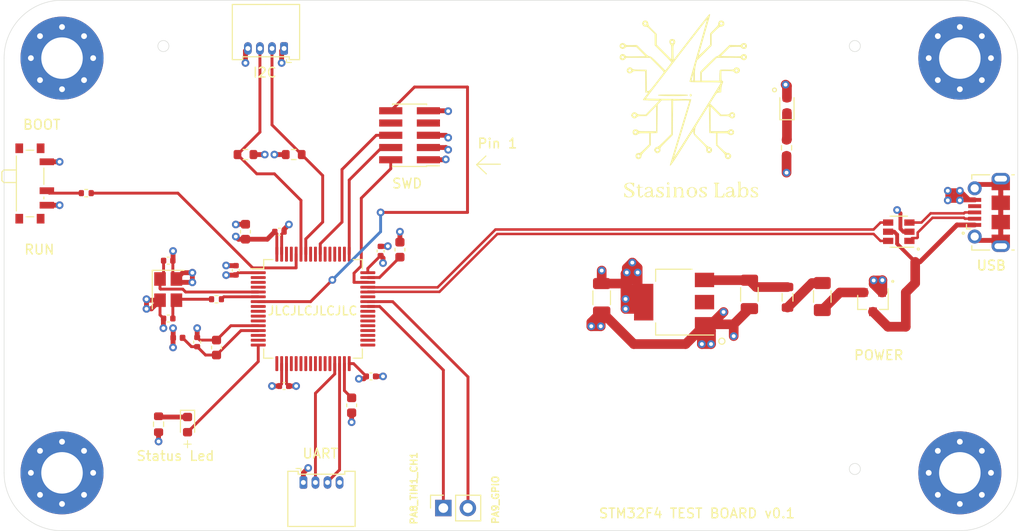
<source format=kicad_pcb>
(kicad_pcb (version 20171130) (host pcbnew "(5.1.8)-1")
  (layers (0 F.Cu signal) (1 In1.Cu power) (2 In2.Cu power) (31 B.Cu signal) (34 B.Paste user) (35 F.Paste user) (36 B.SilkS user) (37 F.SilkS user) (38 B.Mask user) (39 F.Mask user) (44 Edge.Cuts user))
  (net 0 "")
  (net 1 +3V3)
  (net 2 GND)
  (net 3 "Net-(C2-Pad1)")
  (net 4 "Net-(C5-Pad1)")
  (net 5 HSE_IN)
  (net 6 +3.3VA)
  (net 7 "Net-(C14-Pad1)")
  (net 8 "Net-(D1-Pad1)")
  (net 9 LED_STATUS)
  (net 10 +5V)
  (net 11 "Net-(D4-Pad1)")
  (net 12 "Net-(F1-Pad1)")
  (net 13 "Net-(J2-Pad6)")
  (net 14 USB_CONN_D-)
  (net 15 "Net-(J2-Pad4)")
  (net 16 USB_CONN_D+)
  (net 17 I2C1_SCL)
  (net 18 I2C_SDA)
  (net 19 SWDIO)
  (net 20 SWCLK)
  (net 21 SWO)
  (net 22 "Net-(J4-Pad7)")
  (net 23 "Net-(J4-Pad8)")
  (net 24 NRST)
  (net 25 USART3_RX)
  (net 26 USART3_TX)
  (net 27 "Net-(R4-Pad1)")
  (net 28 BOOT0)
  (net 29 HSE_OUT)
  (net 30 "Net-(U1-Pad2)")
  (net 31 "Net-(U1-Pad3)")
  (net 32 "Net-(U1-Pad4)")
  (net 33 "Net-(U1-Pad8)")
  (net 34 "Net-(U1-Pad9)")
  (net 35 "Net-(U1-Pad10)")
  (net 36 "Net-(U1-Pad11)")
  (net 37 "Net-(U1-Pad14)")
  (net 38 "Net-(U1-Pad15)")
  (net 39 "Net-(U1-Pad17)")
  (net 40 "Net-(U1-Pad20)")
  (net 41 "Net-(U1-Pad21)")
  (net 42 "Net-(U1-Pad22)")
  (net 43 "Net-(U1-Pad23)")
  (net 44 "Net-(U1-Pad24)")
  (net 45 "Net-(U1-Pad25)")
  (net 46 "Net-(U1-Pad26)")
  (net 47 "Net-(U1-Pad27)")
  (net 48 "Net-(U1-Pad28)")
  (net 49 "Net-(U1-Pad33)")
  (net 50 "Net-(U1-Pad34)")
  (net 51 "Net-(U1-Pad35)")
  (net 52 "Net-(U1-Pad36)")
  (net 53 "Net-(U1-Pad37)")
  (net 54 "Net-(U1-Pad38)")
  (net 55 "Net-(U1-Pad39)")
  (net 56 "Net-(U1-Pad40)")
  (net 57 "Net-(U1-Pad43)")
  (net 58 USB_D-)
  (net 59 USB_D+)
  (net 60 "Net-(U1-Pad50)")
  (net 61 "Net-(U1-Pad51)")
  (net 62 "Net-(U1-Pad52)")
  (net 63 "Net-(U1-Pad53)")
  (net 64 "Net-(U1-Pad54)")
  (net 65 "Net-(U1-Pad56)")
  (net 66 "Net-(U1-Pad57)")
  (net 67 "Net-(U1-Pad61)")
  (net 68 "Net-(U1-Pad62)")
  (net 69 GPIO_0)
  (net 70 TIM1_CH1)
  (net 71 "Net-(C6-Pad1)")
  (net 72 "Net-(F1-Pad2)")
  (module Package_TO_SOT_SMD:SOT-223-3_TabPin2 (layer F.Cu) (at 135.4 101.3 180)
    (fp_text reference U3)
    (fp_text value AMS1117-3.3)
    (pad 1 smd rect (at -3.15 -2.3 180) (size 2 1.5) (layers F.Cu F.Paste F.Mask) (net 2 GND))
    (pad 3 smd rect (at -3.15 2.3 180) (size 2 1.5) (layers F.Cu F.Paste F.Mask) (net 71 "Net-(C6-Pad1)"))
    (pad 2 smd rect (at -3.15 0 180) (size 2 1.5) (layers F.Cu F.Paste F.Mask) (net 1 +3V3))
    (pad 2 smd rect (at 3.15 0 180) (size 2 3.8) (layers F.Cu F.Paste F.Mask) (net 1 +3V3))
  )
  (module Capacitor_SMD:C_1206_3216Metric (layer F.Cu) (at 127.9 100.85 90)
    (fp_text reference C4)
    (fp_text value 10u)
    (pad 2 smd roundrect (at 1.475 0 90) (size 1.15 1.8) (layers F.Cu F.Paste F.Mask) (roundrect_rratio 0.2173904347826087) (net 1 +3V3))
    (pad 1 smd roundrect (at -1.475 0 90) (size 1.15 1.8) (layers F.Cu F.Paste F.Mask) (roundrect_rratio 0.2173904347826087) (net 2 GND))
  )
  (module Resistor_SMD:R_0603_1608Metric (layer F.Cu) (at 147.05 85.3 270)
    (fp_text reference R11)
    (fp_text value 1k)
    (pad 2 smd roundrect (at 0.825 0 270) (size 0.8 0.95) (layers F.Cu F.Paste F.Mask) (net 2 GND))
    (pad 1 smd roundrect (at -0.825 0 270) (size 0.8 0.95) (layers F.Cu F.Paste F.Mask) (net 11 "Net-(D4-Pad1)"))
  )
  (module Inductor_SMD:L_0805_2012Metric (layer F.Cu) (at 147.15 100.8 270)
    (fp_text reference FB1)
    (fp_text value "600 Ohm @ 600 MHz")
    (pad 2 smd roundrect (at 1.0625 0 270) (size 0.875 1.2) (layers F.Cu F.Paste F.Mask) (net 12 "Net-(F1-Pad1)"))
    (pad 1 smd roundrect (at -1.0625 0 270) (size 0.875 1.2) (layers F.Cu F.Paste F.Mask) (net 71 "Net-(C6-Pad1)"))
  )
  (module Fuse:Fuse_1206_3216Metric (layer F.Cu) (at 150.75 100.72 270)
    (fp_text reference F1)
    (fp_text value 250mA)
    (pad 2 smd roundrect (at 1.4 0 270) (size 1.25 1.75) (layers F.Cu F.Paste F.Mask) (roundrect_rratio 0.2) (net 72 "Net-(F1-Pad2)"))
    (pad 1 smd roundrect (at -1.4 0 270) (size 1.25 1.75) (layers F.Cu F.Paste F.Mask) (roundrect_rratio 0.2) (net 12 "Net-(F1-Pad1)"))
  )
  (module LED_SMD:LED_0603_1608Metric (layer F.Cu) (at 147.09 80.9 90)
    (fp_text reference D4)
    (fp_text value Red)
    (pad 2 smd roundrect (at 0.7875 0 90) (size 0.875 0.95) (layers F.Cu F.Paste F.Mask) (net 1 +3V3))
    (pad 1 smd roundrect (at -0.7875 0 90) (size 0.875 0.95) (layers F.Cu F.Paste F.Mask) (net 11 "Net-(D4-Pad1)"))
  )
  (module Capacitor_SMD:C_1206_3216Metric (layer F.Cu) (at 143.2 100.5 270)
    (fp_text reference C6)
    (fp_text value 10u)
    (pad 2 smd roundrect (at 1.475 0 270) (size 1.15 1.8) (layers F.Cu F.Paste F.Mask) (roundrect_rratio 0.2173904347826087) (net 2 GND))
    (pad 1 smd roundrect (at -1.475 0 270) (size 1.15 1.8) (layers F.Cu F.Paste F.Mask) (roundrect_rratio 0.2173904347826087) (net 71 "Net-(C6-Pad1)"))
  )
  (module logo:logo2 (layer F.Cu) (at 137.15 81.55)
    (fp_text reference G*** hide)
    (fp_text value LOGO hide)
  )
  (module Connector_PinSocket_2.54mm:PinSocket_1x02_P2.54mm_Vertical (layer F.Cu) (at 111.5 122.65 90)
    (fp_text reference J6)
    (fp_text value Conn_01x02_Female)
    (pad 2 thru_hole oval (at 0 2.54 90) (size 1.7 1.7) (drill 1) (layers *.Cu *.Mask) (net 69 GPIO_0))
    (pad 1 thru_hole rect (at 0 0 90) (size 1.7 1.7) (drill 1) (layers *.Cu *.Mask) (net 70 TIM1_CH1))
  )
  (module Capacitor_SMD:C_0603_1608Metric (layer F.Cu) (at 91 94 90)
    (fp_text reference C1)
    (fp_text value 4u7)
    (pad 1 smd roundrect (at -0.775 0 90) (size 0.9 0.95) (layers F.Cu F.Paste F.Mask) (net 1 +3V3))
    (pad 2 smd roundrect (at 0.775 0 90) (size 0.9 0.95) (layers F.Cu F.Paste F.Mask) (net 2 GND))
  )
  (module Capacitor_SMD:C_0603_1608Metric (layer F.Cu) (at 102 112 270)
    (fp_text reference C2)
    (fp_text value 2u2)
    (pad 2 smd roundrect (at 0.775 0 270) (size 0.9 0.95) (layers F.Cu F.Paste F.Mask) (net 2 GND))
    (pad 1 smd roundrect (at -0.775 0 270) (size 0.9 0.95) (layers F.Cu F.Paste F.Mask) (net 3 "Net-(C2-Pad1)"))
  )
  (module Capacitor_SMD:C_0402_1005Metric (layer F.Cu) (at 90 98 90)
    (fp_text reference C3)
    (fp_text value 100n)
    (pad 2 smd roundrect (at 0.48 0 90) (size 0.56 0.62) (layers F.Cu F.Paste F.Mask) (net 2 GND))
    (pad 1 smd roundrect (at -0.48 0 90) (size 0.56 0.62) (layers F.Cu F.Paste F.Mask) (net 1 +3V3))
  )
  (module Capacitor_SMD:C_0603_1608Metric (layer F.Cu) (at 107 95.86 90)
    (fp_text reference C5)
    (fp_text value 2u2)
    (pad 1 smd roundrect (at -0.775 0 90) (size 0.9 0.95) (layers F.Cu F.Paste F.Mask) (net 4 "Net-(C5-Pad1)"))
    (pad 2 smd roundrect (at 0.775 0 90) (size 0.9 0.95) (layers F.Cu F.Paste F.Mask) (net 2 GND))
  )
  (module Capacitor_SMD:C_0402_1005Metric (layer F.Cu) (at 95 110 180)
    (fp_text reference C7)
    (fp_text value 100n)
    (pad 1 smd roundrect (at -0.48 0 180) (size 0.56 0.62) (layers F.Cu F.Paste F.Mask) (net 1 +3V3))
    (pad 2 smd roundrect (at 0.48 0 180) (size 0.56 0.62) (layers F.Cu F.Paste F.Mask) (net 2 GND))
  )
  (module Capacitor_SMD:C_0402_1005Metric (layer F.Cu) (at 105 96 90)
    (fp_text reference C9)
    (fp_text value 100n)
    (pad 2 smd roundrect (at 0.48 0 90) (size 0.56 0.62) (layers F.Cu F.Paste F.Mask) (net 2 GND))
    (pad 1 smd roundrect (at -0.48 0 90) (size 0.56 0.62) (layers F.Cu F.Paste F.Mask) (net 1 +3V3))
  )
  (module Capacitor_SMD:C_0402_1005Metric (layer F.Cu) (at 94.52 94)
    (fp_text reference C10)
    (fp_text value 100n)
    (pad 1 smd roundrect (at -0.48 0) (size 0.56 0.62) (layers F.Cu F.Paste F.Mask) (net 1 +3V3))
    (pad 2 smd roundrect (at 0.48 0) (size 0.56 0.62) (layers F.Cu F.Paste F.Mask) (net 2 GND))
  )
  (module Capacitor_SMD:C_0402_1005Metric (layer F.Cu) (at 104 109)
    (fp_text reference C11)
    (fp_text value 100n)
    (pad 2 smd roundrect (at 0.48 0) (size 0.56 0.62) (layers F.Cu F.Paste F.Mask) (net 2 GND))
    (pad 1 smd roundrect (at -0.48 0) (size 0.56 0.62) (layers F.Cu F.Paste F.Mask) (net 1 +3V3))
  )
  (module Capacitor_SMD:C_0402_1005Metric (layer F.Cu) (at 83 97)
    (fp_text reference C12)
    (fp_text value 12p)
    (pad 1 smd roundrect (at -0.48 0) (size 0.56 0.62) (layers F.Cu F.Paste F.Mask) (net 5 HSE_IN))
    (pad 2 smd roundrect (at 0.48 0) (size 0.56 0.62) (layers F.Cu F.Paste F.Mask) (net 2 GND))
  )
  (module Capacitor_SMD:C_0402_1005Metric (layer F.Cu) (at 86 105.44 90)
    (fp_text reference C13)
    (fp_text value 1u)
    (pad 1 smd roundrect (at -0.48 0 90) (size 0.56 0.62) (layers F.Cu F.Paste F.Mask) (net 6 +3.3VA))
    (pad 2 smd roundrect (at 0.48 0 90) (size 0.56 0.62) (layers F.Cu F.Paste F.Mask) (net 2 GND))
  )
  (module Capacitor_SMD:C_0402_1005Metric (layer F.Cu) (at 83 103 180)
    (fp_text reference C14)
    (fp_text value 12p)
    (pad 2 smd roundrect (at 0.48 0 180) (size 0.56 0.62) (layers F.Cu F.Paste F.Mask) (net 2 GND))
    (pad 1 smd roundrect (at -0.48 0 180) (size 0.56 0.62) (layers F.Cu F.Paste F.Mask) (net 7 "Net-(C14-Pad1)"))
  )
  (module Capacitor_SMD:C_0603_1608Metric (layer F.Cu) (at 88 106.01 90)
    (fp_text reference C15)
    (fp_text value 10n)
    (pad 2 smd roundrect (at 0.775 0 90) (size 0.9 0.95) (layers F.Cu F.Paste F.Mask) (net 2 GND))
    (pad 1 smd roundrect (at -0.775 0 90) (size 0.9 0.95) (layers F.Cu F.Paste F.Mask) (net 6 +3.3VA))
  )
  (module LED_SMD:LED_0603_1608Metric (layer F.Cu) (at 85 114 270)
    (fp_text reference D1)
    (fp_text value Blue)
    (pad 1 smd roundrect (at -0.7875 0 270) (size 0.875 0.95) (layers F.Cu F.Paste F.Mask) (net 8 "Net-(D1-Pad1)"))
    (pad 2 smd roundrect (at 0.7875 0 270) (size 0.875 0.95) (layers F.Cu F.Paste F.Mask) (net 9 LED_STATUS))
  )
  (module MountingHole:MountingHole_4.3mm_M4_Pad_Via (layer F.Cu) (at 72 119)
    (fp_text reference H1)
    (fp_text value MountingHole_Pad)
    (pad 1 thru_hole circle (at 0 0) (size 8.6 8.6) (drill 4.3) (layers *.Cu *.Mask) (net 2 GND))
    (pad 1 thru_hole circle (at 3.225 0) (size 0.9 0.9) (drill 0.6) (layers *.Cu *.Mask) (net 2 GND))
    (pad 1 thru_hole circle (at 2.280419 2.280419) (size 0.9 0.9) (drill 0.6) (layers *.Cu *.Mask) (net 2 GND))
    (pad 1 thru_hole circle (at 0 3.225) (size 0.9 0.9) (drill 0.6) (layers *.Cu *.Mask) (net 2 GND))
    (pad 1 thru_hole circle (at -2.280419 2.280419) (size 0.9 0.9) (drill 0.6) (layers *.Cu *.Mask) (net 2 GND))
    (pad 1 thru_hole circle (at -3.225 0) (size 0.9 0.9) (drill 0.6) (layers *.Cu *.Mask) (net 2 GND))
    (pad 1 thru_hole circle (at -2.280419 -2.280419) (size 0.9 0.9) (drill 0.6) (layers *.Cu *.Mask) (net 2 GND))
    (pad 1 thru_hole circle (at 0 -3.225) (size 0.9 0.9) (drill 0.6) (layers *.Cu *.Mask) (net 2 GND))
    (pad 1 thru_hole circle (at 2.280419 -2.280419) (size 0.9 0.9) (drill 0.6) (layers *.Cu *.Mask) (net 2 GND))
  )
  (module MountingHole:MountingHole_4.3mm_M4_Pad_Via (layer F.Cu) (at 165 119)
    (fp_text reference H2)
    (fp_text value MountingHole_Pad)
    (pad 1 thru_hole circle (at 2.280419 -2.280419) (size 0.9 0.9) (drill 0.6) (layers *.Cu *.Mask) (net 2 GND))
    (pad 1 thru_hole circle (at 0 -3.225) (size 0.9 0.9) (drill 0.6) (layers *.Cu *.Mask) (net 2 GND))
    (pad 1 thru_hole circle (at -2.280419 -2.280419) (size 0.9 0.9) (drill 0.6) (layers *.Cu *.Mask) (net 2 GND))
    (pad 1 thru_hole circle (at -3.225 0) (size 0.9 0.9) (drill 0.6) (layers *.Cu *.Mask) (net 2 GND))
    (pad 1 thru_hole circle (at -2.280419 2.280419) (size 0.9 0.9) (drill 0.6) (layers *.Cu *.Mask) (net 2 GND))
    (pad 1 thru_hole circle (at 0 3.225) (size 0.9 0.9) (drill 0.6) (layers *.Cu *.Mask) (net 2 GND))
    (pad 1 thru_hole circle (at 2.280419 2.280419) (size 0.9 0.9) (drill 0.6) (layers *.Cu *.Mask) (net 2 GND))
    (pad 1 thru_hole circle (at 3.225 0) (size 0.9 0.9) (drill 0.6) (layers *.Cu *.Mask) (net 2 GND))
    (pad 1 thru_hole circle (at 0 0) (size 8.6 8.6) (drill 4.3) (layers *.Cu *.Mask) (net 2 GND))
  )
  (module MountingHole:MountingHole_4.3mm_M4_Pad_Via (layer F.Cu) (at 72 76)
    (fp_text reference H3)
    (fp_text value MountingHole_Pad)
    (pad 1 thru_hole circle (at 2.280419 -2.280419) (size 0.9 0.9) (drill 0.6) (layers *.Cu *.Mask) (net 2 GND))
    (pad 1 thru_hole circle (at 0 -3.225) (size 0.9 0.9) (drill 0.6) (layers *.Cu *.Mask) (net 2 GND))
    (pad 1 thru_hole circle (at -2.280419 -2.280419) (size 0.9 0.9) (drill 0.6) (layers *.Cu *.Mask) (net 2 GND))
    (pad 1 thru_hole circle (at -3.225 0) (size 0.9 0.9) (drill 0.6) (layers *.Cu *.Mask) (net 2 GND))
    (pad 1 thru_hole circle (at -2.280419 2.280419) (size 0.9 0.9) (drill 0.6) (layers *.Cu *.Mask) (net 2 GND))
    (pad 1 thru_hole circle (at 0 3.225) (size 0.9 0.9) (drill 0.6) (layers *.Cu *.Mask) (net 2 GND))
    (pad 1 thru_hole circle (at 2.280419 2.280419) (size 0.9 0.9) (drill 0.6) (layers *.Cu *.Mask) (net 2 GND))
    (pad 1 thru_hole circle (at 3.225 0) (size 0.9 0.9) (drill 0.6) (layers *.Cu *.Mask) (net 2 GND))
    (pad 1 thru_hole circle (at 0 0) (size 8.6 8.6) (drill 4.3) (layers *.Cu *.Mask) (net 2 GND))
  )
  (module MountingHole:MountingHole_4.3mm_M4_Pad_Via (layer F.Cu) (at 165 76)
    (fp_text reference H4)
    (fp_text value MountingHole_Pad)
    (pad 1 thru_hole circle (at 0 0) (size 8.6 8.6) (drill 4.3) (layers *.Cu *.Mask) (net 2 GND))
    (pad 1 thru_hole circle (at 3.225 0) (size 0.9 0.9) (drill 0.6) (layers *.Cu *.Mask) (net 2 GND))
    (pad 1 thru_hole circle (at 2.280419 2.280419) (size 0.9 0.9) (drill 0.6) (layers *.Cu *.Mask) (net 2 GND))
    (pad 1 thru_hole circle (at 0 3.225) (size 0.9 0.9) (drill 0.6) (layers *.Cu *.Mask) (net 2 GND))
    (pad 1 thru_hole circle (at -2.280419 2.280419) (size 0.9 0.9) (drill 0.6) (layers *.Cu *.Mask) (net 2 GND))
    (pad 1 thru_hole circle (at -3.225 0) (size 0.9 0.9) (drill 0.6) (layers *.Cu *.Mask) (net 2 GND))
    (pad 1 thru_hole circle (at -2.280419 -2.280419) (size 0.9 0.9) (drill 0.6) (layers *.Cu *.Mask) (net 2 GND))
    (pad 1 thru_hole circle (at 0 -3.225) (size 0.9 0.9) (drill 0.6) (layers *.Cu *.Mask) (net 2 GND))
    (pad 1 thru_hole circle (at 2.280419 -2.280419) (size 0.9 0.9) (drill 0.6) (layers *.Cu *.Mask) (net 2 GND))
  )
  (module Connector_USB:USB_Micro-B_Molex-105017-0001 (layer F.Cu) (at 168 92 90)
    (fp_text reference J2)
    (fp_text value USB_B_Micro)
    (pad 6 smd rect (at 1 1.2375 90) (size 1.5 1.9) (layers F.Cu F.Paste F.Mask) (net 13 "Net-(J2-Pad6)"))
    (pad 6 thru_hole circle (at -2.5 -1.4625 90) (size 1.45 1.45) (drill 0.85) (layers *.Cu *.Mask) (net 13 "Net-(J2-Pad6)"))
    (pad 2 smd rect (at -0.65 -1.4625 90) (size 0.4 1.35) (layers F.Cu F.Paste F.Mask) (net 14 USB_CONN_D-))
    (pad 1 smd rect (at -1.3 -1.4625 90) (size 0.4 1.35) (layers F.Cu F.Paste F.Mask) (net 10 +5V))
    (pad 5 smd rect (at 1.3 -1.4625 90) (size 0.4 1.35) (layers F.Cu F.Paste F.Mask) (net 2 GND))
    (pad 4 smd rect (at 0.65 -1.4625 90) (size 0.4 1.35) (layers F.Cu F.Paste F.Mask) (net 15 "Net-(J2-Pad4)"))
    (pad 3 smd rect (at 0 -1.4625 90) (size 0.4 1.35) (layers F.Cu F.Paste F.Mask) (net 16 USB_CONN_D+))
    (pad 6 thru_hole circle (at 2.5 -1.4625 90) (size 1.45 1.45) (drill 0.85) (layers *.Cu *.Mask) (net 13 "Net-(J2-Pad6)"))
    (pad 6 smd rect (at -1 1.2375 90) (size 1.5 1.9) (layers F.Cu F.Paste F.Mask) (net 13 "Net-(J2-Pad6)"))
    (pad 6 thru_hole oval (at -3.5 1.2375 270) (size 1.2 1.9) (drill oval 0.6 1.3) (layers *.Cu *.Mask) (net 13 "Net-(J2-Pad6)"))
    (pad 6 thru_hole oval (at 3.5 1.2375 90) (size 1.2 1.9) (drill oval 0.6 1.3) (layers *.Cu *.Mask) (net 13 "Net-(J2-Pad6)"))
    (pad 6 smd rect (at 2.9 1.2375 90) (size 1.2 1.9) (layers F.Cu F.Mask) (net 13 "Net-(J2-Pad6)"))
    (pad 6 smd rect (at -2.9 1.2375 90) (size 1.2 1.9) (layers F.Cu F.Mask) (net 13 "Net-(J2-Pad6)"))
  )
  (module Connector_Molex:Molex_PicoBlade_53048-0410_1x04_P1.25mm_Horizontal (layer F.Cu) (at 95 75 180)
    (fp_text reference J3)
    (fp_text value Conn_01x04)
    (pad 1 thru_hole roundrect (at 0 0 180) (size 0.8 1.3) (drill 0.5) (layers *.Cu *.Mask) (net 1 +3V3))
    (pad 2 thru_hole oval (at 1.25 0 180) (size 0.8 1.3) (drill 0.5) (layers *.Cu *.Mask) (net 17 I2C1_SCL))
    (pad 3 thru_hole oval (at 2.5 0 180) (size 0.8 1.3) (drill 0.5) (layers *.Cu *.Mask) (net 18 I2C_SDA))
    (pad 4 thru_hole oval (at 3.75 0 180) (size 0.8 1.3) (drill 0.5) (layers *.Cu *.Mask) (net 2 GND))
  )
  (module Connector_PinHeader_1.27mm:PinHeader_2x05_P1.27mm_Vertical_SMD (layer F.Cu) (at 108 84 180)
    (fp_text reference J4)
    (fp_text value SWD)
    (pad 1 smd rect (at -1.95 -2.54 180) (size 2.4 0.74) (layers F.Cu F.Paste F.Mask) (net 1 +3V3))
    (pad 2 smd rect (at 1.95 -2.54 180) (size 2.4 0.74) (layers F.Cu F.Paste F.Mask) (net 19 SWDIO))
    (pad 3 smd rect (at -1.95 -1.27 180) (size 2.4 0.74) (layers F.Cu F.Paste F.Mask) (net 2 GND))
    (pad 4 smd rect (at 1.95 -1.27 180) (size 2.4 0.74) (layers F.Cu F.Paste F.Mask) (net 20 SWCLK))
    (pad 5 smd rect (at -1.95 0 180) (size 2.4 0.74) (layers F.Cu F.Paste F.Mask) (net 2 GND))
    (pad 6 smd rect (at 1.95 0 180) (size 2.4 0.74) (layers F.Cu F.Paste F.Mask) (net 21 SWO))
    (pad 7 smd rect (at -1.95 1.27 180) (size 2.4 0.74) (layers F.Cu F.Paste F.Mask) (net 22 "Net-(J4-Pad7)"))
    (pad 8 smd rect (at 1.95 1.27 180) (size 2.4 0.74) (layers F.Cu F.Paste F.Mask) (net 23 "Net-(J4-Pad8)"))
    (pad 9 smd rect (at -1.95 2.54 180) (size 2.4 0.74) (layers F.Cu F.Paste F.Mask) (net 2 GND))
    (pad 10 smd rect (at 1.95 2.54 180) (size 2.4 0.74) (layers F.Cu F.Paste F.Mask) (net 24 NRST))
  )
  (module Connector_Molex:Molex_PicoBlade_53048-0410_1x04_P1.25mm_Horizontal (layer F.Cu) (at 97 120)
    (fp_text reference J5)
    (fp_text value Conn_01x04)
    (pad 4 thru_hole oval (at 3.75 0) (size 0.8 1.3) (drill 0.5) (layers *.Cu *.Mask) (net 2 GND))
    (pad 3 thru_hole oval (at 2.5 0) (size 0.8 1.3) (drill 0.5) (layers *.Cu *.Mask) (net 25 USART3_RX))
    (pad 2 thru_hole oval (at 1.25 0) (size 0.8 1.3) (drill 0.5) (layers *.Cu *.Mask) (net 26 USART3_TX))
    (pad 1 thru_hole roundrect (at 0 0) (size 0.8 1.3) (drill 0.5) (layers *.Cu *.Mask) (net 1 +3V3))
  )
  (module Inductor_SMD:L_0402_1005Metric (layer F.Cu) (at 84 105 180)
    (fp_text reference L1)
    (fp_text value 39n)
    (pad 1 smd roundrect (at -0.485 0 180) (size 0.59 0.64) (layers F.Cu F.Paste F.Mask) (net 6 +3.3VA))
    (pad 2 smd roundrect (at 0.485 0 180) (size 0.59 0.64) (layers F.Cu F.Paste F.Mask) (net 1 +3V3))
  )
  (module Package_TO_SOT_SMD:SOT-23 (layer F.Cu) (at 156 101.3 270)
    (fp_text reference Q1)
    (fp_text value AO3401A)
    (pad 1 smd rect (at -1 -0.95 270) (size 0.9 0.8) (layers F.Cu F.Paste F.Mask) (net 2 GND))
    (pad 2 smd rect (at -1 0.95 270) (size 0.9 0.8) (layers F.Cu F.Paste F.Mask) (net 72 "Net-(F1-Pad2)"))
    (pad 3 smd rect (at 1 0 270) (size 0.9 0.8) (layers F.Cu F.Paste F.Mask) (net 10 +5V))
  )
  (module Resistor_SMD:R_0603_1608Metric (layer F.Cu) (at 82 113.96 90)
    (fp_text reference R1)
    (fp_text value 1k5)
    (pad 1 smd roundrect (at -0.825 0 90) (size 0.8 0.95) (layers F.Cu F.Paste F.Mask) (net 2 GND))
    (pad 2 smd roundrect (at 0.825 0 90) (size 0.8 0.95) (layers F.Cu F.Paste F.Mask) (net 8 "Net-(D1-Pad1)"))
  )
  (module Resistor_SMD:R_0603_1608Metric (layer F.Cu) (at 96 86 180)
    (fp_text reference R2)
    (fp_text value 2k2)
    (pad 2 smd roundrect (at 0.825 0 180) (size 0.8 0.95) (layers F.Cu F.Paste F.Mask) (net 1 +3V3))
    (pad 1 smd roundrect (at -0.825 0 180) (size 0.8 0.95) (layers F.Cu F.Paste F.Mask) (net 17 I2C1_SCL))
  )
  (module Resistor_SMD:R_0603_1608Metric (layer F.Cu) (at 91 86)
    (fp_text reference R3)
    (fp_text value 2k2)
    (pad 1 smd roundrect (at -0.825 0) (size 0.8 0.95) (layers F.Cu F.Paste F.Mask) (net 18 I2C_SDA))
    (pad 2 smd roundrect (at 0.825 0) (size 0.8 0.95) (layers F.Cu F.Paste F.Mask) (net 1 +3V3))
  )
  (module Resistor_SMD:R_0402_1005Metric (layer F.Cu) (at 74.51 90)
    (fp_text reference R4)
    (fp_text value 10k)
    (pad 1 smd roundrect (at -0.51 0) (size 0.54 0.64) (layers F.Cu F.Paste F.Mask) (net 27 "Net-(R4-Pad1)"))
    (pad 2 smd roundrect (at 0.51 0) (size 0.54 0.64) (layers F.Cu F.Paste F.Mask) (net 28 BOOT0))
  )
  (module Resistor_SMD:R_0402_1005Metric (layer F.Cu) (at 88 101 180)
    (fp_text reference R5)
    (fp_text value 47)
    (pad 2 smd roundrect (at 0.51 0 180) (size 0.54 0.64) (layers F.Cu F.Paste F.Mask) (net 7 "Net-(C14-Pad1)"))
    (pad 1 smd roundrect (at -0.51 0 180) (size 0.54 0.64) (layers F.Cu F.Paste F.Mask) (net 29 HSE_OUT))
  )
  (module Button_Switch_SMD:SW_SPDT_PCM12 (layer F.Cu) (at 69 89 270)
    (fp_text reference SW1)
    (fp_text value SW_SPDT)
    (pad "" np_thru_hole circle (at -1.5 0.33 270) (size 0.9 0.9) (drill 0.9) (layers *.Cu *.Mask))
    (pad "" np_thru_hole circle (at 1.5 0.33 270) (size 0.9 0.9) (drill 0.9) (layers *.Cu *.Mask))
    (pad 1 smd rect (at -2.25 -1.43 270) (size 0.7 1.5) (layers F.Cu F.Paste F.Mask) (net 1 +3V3))
    (pad 2 smd rect (at 0.75 -1.43 270) (size 0.7 1.5) (layers F.Cu F.Paste F.Mask) (net 27 "Net-(R4-Pad1)"))
    (pad 3 smd rect (at 2.25 -1.43 270) (size 0.7 1.5) (layers F.Cu F.Paste F.Mask) (net 2 GND))
    (pad "" smd rect (at -3.65 1.43 270) (size 1 0.8) (layers F.Cu F.Paste F.Mask))
    (pad "" smd rect (at 3.65 1.43 270) (size 1 0.8) (layers F.Cu F.Paste F.Mask))
    (pad "" smd rect (at 3.65 -0.78 270) (size 1 0.8) (layers F.Cu F.Paste F.Mask))
    (pad "" smd rect (at -3.65 -0.78 270) (size 1 0.8) (layers F.Cu F.Paste F.Mask))
  )
  (module Package_QFP:LQFP-64_10x10mm_P0.5mm (layer F.Cu) (at 98 102)
    (fp_text reference U1)
    (fp_text value STM32F405RGT6)
    (pad 1 smd roundrect (at -5.675 -3.75) (size 1.55 0.3) (layers F.Cu F.Paste F.Mask) (net 1 +3V3))
    (pad 2 smd roundrect (at -5.675 -3.25) (size 1.55 0.3) (layers F.Cu F.Paste F.Mask) (net 30 "Net-(U1-Pad2)"))
    (pad 3 smd roundrect (at -5.675 -2.75) (size 1.55 0.3) (layers F.Cu F.Paste F.Mask) (net 31 "Net-(U1-Pad3)"))
    (pad 4 smd roundrect (at -5.675 -2.25) (size 1.55 0.3) (layers F.Cu F.Paste F.Mask) (net 32 "Net-(U1-Pad4)"))
    (pad 5 smd roundrect (at -5.675 -1.75) (size 1.55 0.3) (layers F.Cu F.Paste F.Mask) (net 5 HSE_IN))
    (pad 6 smd roundrect (at -5.675 -1.25) (size 1.55 0.3) (layers F.Cu F.Paste F.Mask) (net 29 HSE_OUT))
    (pad 7 smd roundrect (at -5.675 -0.75) (size 1.55 0.3) (layers F.Cu F.Paste F.Mask) (net 24 NRST))
    (pad 8 smd roundrect (at -5.675 -0.25) (size 1.55 0.3) (layers F.Cu F.Paste F.Mask) (net 33 "Net-(U1-Pad8)"))
    (pad 9 smd roundrect (at -5.675 0.25) (size 1.55 0.3) (layers F.Cu F.Paste F.Mask) (net 34 "Net-(U1-Pad9)"))
    (pad 10 smd roundrect (at -5.675 0.75) (size 1.55 0.3) (layers F.Cu F.Paste F.Mask) (net 35 "Net-(U1-Pad10)"))
    (pad 11 smd roundrect (at -5.675 1.25) (size 1.55 0.3) (layers F.Cu F.Paste F.Mask) (net 36 "Net-(U1-Pad11)"))
    (pad 12 smd roundrect (at -5.675 1.75) (size 1.55 0.3) (layers F.Cu F.Paste F.Mask) (net 2 GND))
    (pad 13 smd roundrect (at -5.675 2.25) (size 1.55 0.3) (layers F.Cu F.Paste F.Mask) (net 6 +3.3VA))
    (pad 14 smd roundrect (at -5.675 2.75) (size 1.55 0.3) (layers F.Cu F.Paste F.Mask) (net 37 "Net-(U1-Pad14)"))
    (pad 15 smd roundrect (at -5.675 3.25) (size 1.55 0.3) (layers F.Cu F.Paste F.Mask) (net 38 "Net-(U1-Pad15)"))
    (pad 16 smd roundrect (at -5.675 3.75) (size 1.55 0.3) (layers F.Cu F.Paste F.Mask) (net 9 LED_STATUS))
    (pad 17 smd roundrect (at -3.75 5.675) (size 0.3 1.55) (layers F.Cu F.Paste F.Mask) (net 39 "Net-(U1-Pad17)"))
    (pad 18 smd roundrect (at -3.25 5.675) (size 0.3 1.55) (layers F.Cu F.Paste F.Mask) (net 2 GND))
    (pad 19 smd roundrect (at -2.75 5.675) (size 0.3 1.55) (layers F.Cu F.Paste F.Mask) (net 1 +3V3))
    (pad 20 smd roundrect (at -2.25 5.675) (size 0.3 1.55) (layers F.Cu F.Paste F.Mask) (net 40 "Net-(U1-Pad20)"))
    (pad 21 smd roundrect (at -1.75 5.675) (size 0.3 1.55) (layers F.Cu F.Paste F.Mask) (net 41 "Net-(U1-Pad21)"))
    (pad 22 smd roundrect (at -1.25 5.675) (size 0.3 1.55) (layers F.Cu F.Paste F.Mask) (net 42 "Net-(U1-Pad22)"))
    (pad 23 smd roundrect (at -0.75 5.675) (size 0.3 1.55) (layers F.Cu F.Paste F.Mask) (net 43 "Net-(U1-Pad23)"))
    (pad 24 smd roundrect (at -0.25 5.675) (size 0.3 1.55) (layers F.Cu F.Paste F.Mask) (net 44 "Net-(U1-Pad24)"))
    (pad 25 smd roundrect (at 0.25 5.675) (size 0.3 1.55) (layers F.Cu F.Paste F.Mask) (net 45 "Net-(U1-Pad25)"))
    (pad 26 smd roundrect (at 0.75 5.675) (size 0.3 1.55) (layers F.Cu F.Paste F.Mask) (net 46 "Net-(U1-Pad26)"))
    (pad 27 smd roundrect (at 1.25 5.675) (size 0.3 1.55) (layers F.Cu F.Paste F.Mask) (net 47 "Net-(U1-Pad27)"))
    (pad 28 smd roundrect (at 1.75 5.675) (size 0.3 1.55) (layers F.Cu F.Paste F.Mask) (net 48 "Net-(U1-Pad28)"))
    (pad 29 smd roundrect (at 2.25 5.675) (size 0.3 1.55) (layers F.Cu F.Paste F.Mask) (net 26 USART3_TX))
    (pad 30 smd roundrect (at 2.75 5.675) (size 0.3 1.55) (layers F.Cu F.Paste F.Mask) (net 25 USART3_RX))
    (pad 31 smd roundrect (at 3.25 5.675) (size 0.3 1.55) (layers F.Cu F.Paste F.Mask) (net 3 "Net-(C2-Pad1)"))
    (pad 32 smd roundrect (at 3.75 5.675) (size 0.3 1.55) (layers F.Cu F.Paste F.Mask) (net 1 +3V3))
    (pad 33 smd roundrect (at 5.675 3.75) (size 1.55 0.3) (layers F.Cu F.Paste F.Mask) (net 49 "Net-(U1-Pad33)"))
    (pad 34 smd roundrect (at 5.675 3.25) (size 1.55 0.3) (layers F.Cu F.Paste F.Mask) (net 50 "Net-(U1-Pad34)"))
    (pad 35 smd roundrect (at 5.675 2.75) (size 1.55 0.3) (layers F.Cu F.Paste F.Mask) (net 51 "Net-(U1-Pad35)"))
    (pad 36 smd roundrect (at 5.675 2.25) (size 1.55 0.3) (layers F.Cu F.Paste F.Mask) (net 52 "Net-(U1-Pad36)"))
    (pad 37 smd roundrect (at 5.675 1.75) (size 1.55 0.3) (layers F.Cu F.Paste F.Mask) (net 53 "Net-(U1-Pad37)"))
    (pad 38 smd roundrect (at 5.675 1.25) (size 1.55 0.3) (layers F.Cu F.Paste F.Mask) (net 54 "Net-(U1-Pad38)"))
    (pad 39 smd roundrect (at 5.675 0.75) (size 1.55 0.3) (layers F.Cu F.Paste F.Mask) (net 55 "Net-(U1-Pad39)"))
    (pad 40 smd roundrect (at 5.675 0.25) (size 1.55 0.3) (layers F.Cu F.Paste F.Mask) (net 56 "Net-(U1-Pad40)"))
    (pad 41 smd roundrect (at 5.675 -0.25) (size 1.55 0.3) (layers F.Cu F.Paste F.Mask) (net 70 TIM1_CH1))
    (pad 42 smd roundrect (at 5.675 -0.75) (size 1.55 0.3) (layers F.Cu F.Paste F.Mask) (net 69 GPIO_0))
    (pad 43 smd roundrect (at 5.675 -1.25) (size 1.55 0.3) (layers F.Cu F.Paste F.Mask) (net 57 "Net-(U1-Pad43)"))
    (pad 44 smd roundrect (at 5.675 -1.75) (size 1.55 0.3) (layers F.Cu F.Paste F.Mask) (net 58 USB_D-))
    (pad 45 smd roundrect (at 5.675 -2.25) (size 1.55 0.3) (layers F.Cu F.Paste F.Mask) (net 59 USB_D+))
    (pad 46 smd roundrect (at 5.675 -2.75) (size 1.55 0.3) (layers F.Cu F.Paste F.Mask) (net 19 SWDIO))
    (pad 47 smd roundrect (at 5.675 -3.25) (size 1.55 0.3) (layers F.Cu F.Paste F.Mask) (net 4 "Net-(C5-Pad1)"))
    (pad 48 smd roundrect (at 5.675 -3.75) (size 1.55 0.3) (layers F.Cu F.Paste F.Mask) (net 1 +3V3))
    (pad 49 smd roundrect (at 3.75 -5.675) (size 0.3 1.55) (layers F.Cu F.Paste F.Mask) (net 20 SWCLK))
    (pad 50 smd roundrect (at 3.25 -5.675) (size 0.3 1.55) (layers F.Cu F.Paste F.Mask) (net 60 "Net-(U1-Pad50)"))
    (pad 51 smd roundrect (at 2.75 -5.675) (size 0.3 1.55) (layers F.Cu F.Paste F.Mask) (net 61 "Net-(U1-Pad51)"))
    (pad 52 smd roundrect (at 2.25 -5.675) (size 0.3 1.55) (layers F.Cu F.Paste F.Mask) (net 62 "Net-(U1-Pad52)"))
    (pad 53 smd roundrect (at 1.75 -5.675) (size 0.3 1.55) (layers F.Cu F.Paste F.Mask) (net 63 "Net-(U1-Pad53)"))
    (pad 54 smd roundrect (at 1.25 -5.675) (size 0.3 1.55) (layers F.Cu F.Paste F.Mask) (net 64 "Net-(U1-Pad54)"))
    (pad 55 smd roundrect (at 0.75 -5.675) (size 0.3 1.55) (layers F.Cu F.Paste F.Mask) (net 21 SWO))
    (pad 56 smd roundrect (at 0.25 -5.675) (size 0.3 1.55) (layers F.Cu F.Paste F.Mask) (net 65 "Net-(U1-Pad56)"))
    (pad 57 smd roundrect (at -0.25 -5.675) (size 0.3 1.55) (layers F.Cu F.Paste F.Mask) (net 66 "Net-(U1-Pad57)"))
    (pad 58 smd roundrect (at -0.75 -5.675) (size 0.3 1.55) (layers F.Cu F.Paste F.Mask) (net 17 I2C1_SCL))
    (pad 59 smd roundrect (at -1.25 -5.675) (size 0.3 1.55) (layers F.Cu F.Paste F.Mask) (net 18 I2C_SDA))
    (pad 60 smd roundrect (at -1.75 -5.675) (size 0.3 1.55) (layers F.Cu F.Paste F.Mask) (net 28 BOOT0))
    (pad 61 smd roundrect (at -2.25 -5.675) (size 0.3 1.55) (layers F.Cu F.Paste F.Mask) (net 67 "Net-(U1-Pad61)"))
    (pad 62 smd roundrect (at -2.75 -5.675) (size 0.3 1.55) (layers F.Cu F.Paste F.Mask) (net 68 "Net-(U1-Pad62)"))
    (pad 63 smd roundrect (at -3.25 -5.675) (size 0.3 1.55) (layers F.Cu F.Paste F.Mask) (net 2 GND))
    (pad 64 smd roundrect (at -3.75 -5.675) (size 0.3 1.55) (layers F.Cu F.Paste F.Mask) (net 1 +3V3))
  )
  (module Package_TO_SOT_SMD:SOT-23-6 (layer F.Cu) (at 158.675001 94 180)
    (fp_text reference U2)
    (fp_text value USBLC6-2SC6)
    (pad 1 smd rect (at -1.1 -0.95 180) (size 1.06 0.65) (layers F.Cu F.Paste F.Mask) (net 14 USB_CONN_D-))
    (pad 2 smd rect (at -1.1 0 180) (size 1.06 0.65) (layers F.Cu F.Paste F.Mask) (net 2 GND))
    (pad 3 smd rect (at -1.1 0.95 180) (size 1.06 0.65) (layers F.Cu F.Paste F.Mask) (net 16 USB_CONN_D+))
    (pad 4 smd rect (at 1.1 0.95 180) (size 1.06 0.65) (layers F.Cu F.Paste F.Mask) (net 59 USB_D+))
    (pad 6 smd rect (at 1.1 -0.95 180) (size 1.06 0.65) (layers F.Cu F.Paste F.Mask) (net 58 USB_D-))
    (pad 5 smd rect (at 1.1 0 180) (size 1.06 0.65) (layers F.Cu F.Paste F.Mask) (net 10 +5V))
  )
  (module Crystal:Crystal_SMD_3225-4Pin_3.2x2.5mm (layer F.Cu) (at 83 100 270)
    (fp_text reference Y1)
    (fp_text value 16MHz)
    (pad 1 smd rect (at -1.1 0.85 270) (size 1.4 1.2) (layers F.Cu F.Paste F.Mask) (net 5 HSE_IN))
    (pad 2 smd rect (at 1.1 0.85 270) (size 1.4 1.2) (layers F.Cu F.Paste F.Mask) (net 2 GND))
    (pad 3 smd rect (at 1.1 -0.85 270) (size 1.4 1.2) (layers F.Cu F.Paste F.Mask) (net 7 "Net-(C14-Pad1)"))
    (pad 4 smd rect (at -1.1 -0.85 270) (size 1.4 1.2) (layers F.Cu F.Paste F.Mask) (net 2 GND))
  )
  (gr_circle (center 140.35 105.35) (end 140.6 105.55) (layer F.SilkS) (width 0.12))
  (gr_circle (center 145.8 79.3) (end 145.8 79.1) (layer F.SilkS) (width 0.12))
  (gr_circle (center 154.124 118.6) (end 154.7 118.6) (layer Edge.Cuts) (width 0.05))
  (gr_circle (center 154.124 74.75) (end 154.7 74.75) (layer Edge.Cuts) (width 0.05))
  (gr_circle (center 82.5 74.75) (end 83.076 74.75) (layer Edge.Cuts) (width 0.05))
  (gr_text JLCJLCJLCJLC (at 97.95 102.2) (layer F.SilkS) (effects (font (size 0.9 0.9))))
  (gr_text "STM32F4 TEST BOARD v0.1 " (at 138.15 123.2) (layer F.SilkS) (effects (font (size 1 1))))
  (gr_text RUN (at 69.65 95.85) (layer F.SilkS) (effects (font (size 1 1))))
  (gr_text PA9_GPIO (at 116.9 121.8 90) (layer F.SilkS) (effects (font (size 0.7 0.7))))
  (gr_text PA8_TIM1_CH1 (at 108.45 120.6 90) (layer F.SilkS) (effects (font (size 0.7 0.7))))
  (gr_text + (at 85 115.95) (layer F.SilkS) (effects (font (size 1 1) (thickness 0.1))))
  (gr_line (start 115 87) (end 117.4 87) (layer F.SilkS) (width 0.12))
  (gr_line (start 114.95 87.05) (end 115.9 86.15) (layer F.SilkS) (width 0.12))
  (gr_line (start 115.95 88) (end 114.95 87.05) (layer F.SilkS) (width 0.12))
  (gr_text "Pin 1" (at 117.1 84.85) (layer F.SilkS) (effects (font (size 1 1))))
  (gr_circle (center 160.7 95.8) (end 160.8 95.85) (layer F.SilkS) (width 0.12))
  (gr_circle (center 165.35 94.15) (end 165.4 94.05) (layer F.SilkS) (width 0.12))
  (gr_circle (center 158.05 99.15) (end 158.15 99.15) (layer F.SilkS) (width 0.12))
  (gr_text "Status Led" (at 83.75 117.25) (layer F.SilkS) (effects (font (size 1 1))))
  (gr_text "SWD\n" (at 107.75 89) (layer F.SilkS) (effects (font (size 1 1))))
  (gr_text BOOT (at 69.9 82.9) (layer F.SilkS) (effects (font (size 1 1))))
  (gr_text POWER (at 156.6 106.8) (layer F.SilkS) (effects (font (size 1 1))))
  (gr_text USB (at 168.25 97.5) (layer F.SilkS) (effects (font (size 1 1))))
  (gr_text USB (at 168.25 97.5) (layer F.SilkS) (effects (font (size 1 1))))
  (gr_text UART (at 98.75 117) (layer F.SilkS) (effects (font (size 1 1))))
  (gr_text I2C (at 93 77.5) (layer F.SilkS) (effects (font (size 1 1))))
  (gr_arc (start 72 76) (end 72 70) (angle -90) (layer Edge.Cuts) (width 0.05))
  (gr_arc (start 72 119) (end 66 119) (angle -90) (layer Edge.Cuts) (width 0.05))
  (gr_arc (start 165 119) (end 165 125) (angle -90) (layer Edge.Cuts) (width 0.05))
  (gr_arc (start 165 76) (end 171 76) (angle -90) (layer Edge.Cuts) (width 0.05))
  (gr_line (start 171 76) (end 171 119) (layer Edge.Cuts) (width 0.05))
  (gr_line (start 72 125) (end 165 125) (layer Edge.Cuts) (width 0.05))
  (gr_line (start 66 76) (end 66 119) (layer Edge.Cuts) (width 0.05))
  (gr_line (start 165 70) (end 72 70) (layer Edge.Cuts) (width 0.05))
  (via (at 146.95 78.75) (size 0.8) (drill 0.4) (layers F.Cu B.Cu) (net 1))
  (via (at 97.5 118.5) (size 0.8) (drill 0.4) (layers F.Cu B.Cu) (net 1))
  (via (at 94.75 76.5) (size 0.8) (drill 0.4) (layers F.Cu B.Cu) (net 1))
  (via (at 83.5 106) (size 0.8) (drill 0.4) (layers F.Cu B.Cu) (net 1))
  (via (at 83.5 104) (size 0.8) (drill 0.4) (layers F.Cu B.Cu) (net 1))
  (via (at 89 98.5) (size 0.8) (drill 0.4) (layers F.Cu B.Cu) (net 1))
  (via (at 111.75 86.5) (size 0.8) (drill 0.4) (layers F.Cu B.Cu) (net 1))
  (via (at 71.75 86.75) (size 0.8) (drill 0.4) (layers F.Cu B.Cu) (net 1))
  (via (at 93 86) (size 0.8) (drill 0.4) (layers F.Cu B.Cu) (net 1))
  (via (at 94 86) (size 0.8) (drill 0.4) (layers F.Cu B.Cu) (net 1))
  (segment (start 95.25 109.77) (end 95.48 110) (width 0.3) (layer F.Cu) (net 1))
  (segment (start 95.25 107.675) (end 95.25 109.77) (width 0.3) (layer F.Cu) (net 1))
  (segment (start 102.195 107.675) (end 103.51 108.99) (width 0.3) (layer F.Cu) (net 1))
  (segment (start 101.75 107.675) (end 102.195 107.675) (width 0.3) (layer F.Cu) (net 1))
  (segment (start 94.25 94.21) (end 94.04 94) (width 0.3) (layer F.Cu) (net 1))
  (segment (start 94.25 96.325) (end 94.25 94.21) (width 0.3) (layer F.Cu) (net 1))
  (segment (start 93.265 94.775) (end 94.04 94) (width 0.5) (layer F.Cu) (net 1))
  (segment (start 91 94.775) (end 91 94.775) (width 0.5) (layer F.Cu) (net 1))
  (segment (start 103.675 97.805) (end 105 96.48) (width 0.3) (layer F.Cu) (net 1))
  (segment (start 103.675 98.25) (end 103.675 97.805) (width 0.3) (layer F.Cu) (net 1))
  (segment (start 91 94.775) (end 93.265 94.775) (width 0.5) (layer F.Cu) (net 1))
  (via (at 90 94.5) (size 0.8) (drill 0.4) (layers F.Cu B.Cu) (net 1))
  (segment (start 105 96.48) (end 105 96.48) (width 0.3) (layer F.Cu) (net 1))
  (via (at 105.25 97.25) (size 0.8) (drill 0.4) (layers F.Cu B.Cu) (net 1))
  (segment (start 103.51 108.99) (end 103.52 109) (width 0.3) (layer F.Cu) (net 1))
  (via (at 102.75 109.25) (size 0.8) (drill 0.4) (layers F.Cu B.Cu) (net 1))
  (segment (start 95.48 110) (end 95.48 110) (width 0.3) (layer F.Cu) (net 1))
  (via (at 96.25 110) (size 0.8) (drill 0.4) (layers F.Cu B.Cu) (net 1))
  (segment (start 90.23 98.25) (end 92.325 98.25) (width 0.3) (layer F.Cu) (net 1))
  (segment (start 90 98.48) (end 90.23 98.25) (width 0.3) (layer F.Cu) (net 1))
  (segment (start 89.98 98.5) (end 90 98.48) (width 0.5) (layer F.Cu) (net 1))
  (segment (start 89 98.5) (end 89.98 98.5) (width 0.5) (layer F.Cu) (net 1))
  (segment (start 83.5 105.015) (end 83.515 105) (width 0.5) (layer F.Cu) (net 1))
  (segment (start 83.5 106) (end 83.5 105.015) (width 0.5) (layer F.Cu) (net 1))
  (segment (start 83.515 104.015) (end 83.5 104) (width 0.5) (layer F.Cu) (net 1))
  (segment (start 83.515 105) (end 83.515 104.015) (width 0.5) (layer F.Cu) (net 1))
  (segment (start 96.25 110) (end 95.48 110) (width 0.5) (layer F.Cu) (net 1))
  (segment (start 103.27 109.25) (end 103.52 109) (width 0.5) (layer F.Cu) (net 1))
  (segment (start 102.75 109.25) (end 103.27 109.25) (width 0.5) (layer F.Cu) (net 1))
  (segment (start 105.25 96.73) (end 105 96.48) (width 0.5) (layer F.Cu) (net 1))
  (segment (start 105.25 97.25) (end 105.25 96.73) (width 0.5) (layer F.Cu) (net 1))
  (segment (start 111.71 86.54) (end 111.75 86.5) (width 0.5) (layer F.Cu) (net 1))
  (segment (start 109.95 86.54) (end 111.71 86.54) (width 0.5) (layer F.Cu) (net 1))
  (segment (start 93 86) (end 91.825 86) (width 0.5) (layer F.Cu) (net 1))
  (segment (start 94 86) (end 95.175 86) (width 0.5) (layer F.Cu) (net 1))
  (segment (start 94.75 75.25) (end 95 75) (width 0.5) (layer F.Cu) (net 1))
  (segment (start 94.75 76.5) (end 94.75 75.25) (width 0.5) (layer F.Cu) (net 1))
  (segment (start 70.43 86.75) (end 71.75 86.75) (width 0.5) (layer F.Cu) (net 1))
  (segment (start 97 119) (end 97.5 118.5) (width 0.5) (layer F.Cu) (net 1))
  (segment (start 97 120) (end 97 119) (width 0.5) (layer F.Cu) (net 1))
  (segment (start 90.275 94.775) (end 90 94.5) (width 0.5) (layer F.Cu) (net 1))
  (segment (start 91 94.775) (end 90.275 94.775) (width 0.5) (layer F.Cu) (net 1))
  (segment (start 127.9 99.375) (end 127.9 99.375) (width 1) (layer F.Cu) (net 1))
  (segment (start 127.9 99.375) (end 130.325 99.375) (width 1) (layer F.Cu) (net 1))
  (via (at 127.9 98.025) (size 0.8) (drill 0.4) (layers F.Cu B.Cu) (net 1))
  (via (at 130.375 100.975) (size 0.8) (drill 0.4) (layers F.Cu B.Cu) (net 1))
  (via (at 130.375 102) (size 0.8) (drill 0.4) (layers F.Cu B.Cu) (net 1))
  (via (at 130.5 98.225) (size 0.8) (drill 0.4) (layers F.Cu B.Cu) (net 1))
  (via (at 131.625 98.225) (size 0.8) (drill 0.4) (layers F.Cu B.Cu) (net 1))
  (via (at 131.075 97.2) (size 0.8) (drill 0.4) (layers F.Cu B.Cu) (net 1))
  (segment (start 130.5 97.775) (end 131.075 97.2) (width 1) (layer F.Cu) (net 1))
  (segment (start 130.5 98.225) (end 130.5 97.775) (width 1) (layer F.Cu) (net 1))
  (segment (start 131.625 97.75) (end 131.075 97.2) (width 1) (layer F.Cu) (net 1))
  (segment (start 131.625 98.225) (end 131.625 97.75) (width 1) (layer F.Cu) (net 1))
  (segment (start 130.5 98.225) (end 131.625 98.225) (width 1) (layer F.Cu) (net 1))
  (segment (start 130.475 99.375) (end 130.325 99.375) (width 1) (layer F.Cu) (net 1))
  (segment (start 131.625 98.225) (end 130.475 99.375) (width 1) (layer F.Cu) (net 1))
  (segment (start 130.5 99.35) (end 130.475 99.375) (width 1) (layer F.Cu) (net 1))
  (segment (start 130.5 98.225) (end 130.5 99.35) (width 1) (layer F.Cu) (net 1))
  (segment (start 131.625 100.675) (end 132.25 101.3) (width 1) (layer F.Cu) (net 1))
  (segment (start 131.625 98.225) (end 131.625 100.675) (width 1) (layer F.Cu) (net 1))
  (segment (start 130.7 101.3) (end 130.375 100.975) (width 1) (layer F.Cu) (net 1))
  (segment (start 132.25 101.3) (end 130.7 101.3) (width 1) (layer F.Cu) (net 1))
  (segment (start 130.375 100.975) (end 130.375 102) (width 1) (layer F.Cu) (net 1))
  (segment (start 130.375 98.35) (end 130.5 98.225) (width 1) (layer F.Cu) (net 1))
  (segment (start 130.375 100.975) (end 130.375 98.35) (width 1) (layer F.Cu) (net 1))
  (segment (start 130.375 99.475) (end 131.625 98.225) (width 1) (layer F.Cu) (net 1))
  (segment (start 130.375 100.975) (end 130.375 99.475) (width 1) (layer F.Cu) (net 1))
  (segment (start 131.55 102) (end 132.25 101.3) (width 1) (layer F.Cu) (net 1))
  (segment (start 130.375 102) (end 131.55 102) (width 1) (layer F.Cu) (net 1))
  (segment (start 130.9625 100.3875) (end 131.3375 100.3875) (width 1) (layer F.Cu) (net 1))
  (segment (start 130.375 100.975) (end 130.9625 100.3875) (width 1) (layer F.Cu) (net 1))
  (segment (start 131.3375 100.3875) (end 132.25 101.3) (width 1) (layer F.Cu) (net 1))
  (segment (start 130.325 99.375) (end 131.3375 100.3875) (width 1) (layer F.Cu) (net 1))
  (segment (start 127.9 99.375) (end 127.9 98.025) (width 1) (layer F.Cu) (net 1))
  (segment (start 147.09 78.89) (end 146.95 78.75) (width 1) (layer F.Cu) (net 1))
  (segment (start 147.09 80.1125) (end 147.09 78.89) (width 1) (layer F.Cu) (net 1))
  (via (at 90 93.25) (size 0.8) (drill 0.4) (layers F.Cu B.Cu) (net 2))
  (segment (start 94.75 109.77) (end 94.52 110) (width 0.3) (layer F.Cu) (net 2))
  (segment (start 94.75 107.675) (end 94.75 109.77) (width 0.3) (layer F.Cu) (net 2))
  (segment (start 94.75 94.25) (end 95 94) (width 0.3) (layer F.Cu) (net 2))
  (segment (start 94.75 96.325) (end 94.75 94.25) (width 0.3) (layer F.Cu) (net 2))
  (segment (start 82.52 101.47) (end 82.15 101.1) (width 0.3) (layer F.Cu) (net 2))
  (segment (start 82.15 102.63) (end 82.52 103) (width 0.3) (layer F.Cu) (net 2))
  (segment (start 82.15 101.1) (end 82.15 102.63) (width 0.3) (layer F.Cu) (net 2))
  (segment (start 83.48 98.53) (end 83.85 98.9) (width 0.3) (layer F.Cu) (net 2))
  (segment (start 83.48 97) (end 83.48 98.53) (width 0.3) (layer F.Cu) (net 2))
  (segment (start 89.485 103.75) (end 88 105.235) (width 0.3) (layer F.Cu) (net 2))
  (segment (start 92.325 103.75) (end 89.485 103.75) (width 0.3) (layer F.Cu) (net 2))
  (segment (start 86.275 105.235) (end 86 104.96) (width 0.3) (layer F.Cu) (net 2))
  (segment (start 88 105.235) (end 86.275 105.235) (width 0.3) (layer F.Cu) (net 2))
  (via (at 95.5 93.25) (size 0.8) (drill 0.4) (layers F.Cu B.Cu) (net 2))
  (via (at 107 94) (size 0.8) (drill 0.4) (layers F.Cu B.Cu) (net 2))
  (via (at 105.25 109) (size 0.8) (drill 0.4) (layers F.Cu B.Cu) (net 2))
  (via (at 102 113.75) (size 0.8) (drill 0.4) (layers F.Cu B.Cu) (net 2))
  (via (at 82 115.75) (size 0.8) (drill 0.4) (layers F.Cu B.Cu) (net 2))
  (via (at 71.75 91.25) (size 0.8) (drill 0.4) (layers F.Cu B.Cu) (net 2))
  (via (at 91 76.5) (size 0.8) (drill 0.4) (layers F.Cu B.Cu) (net 2))
  (via (at 112 81.5) (size 0.8) (drill 0.4) (layers F.Cu B.Cu) (net 2))
  (via (at 85.5 98.25) (size 0.8) (drill 0.4) (layers F.Cu B.Cu) (net 2))
  (via (at 85.5 99.25) (size 0.8) (drill 0.4) (layers F.Cu B.Cu) (net 2))
  (via (at 83.5 96) (size 0.8) (drill 0.4) (layers F.Cu B.Cu) (net 2))
  (via (at 82.5 104) (size 0.8) (drill 0.4) (layers F.Cu B.Cu) (net 2))
  (via (at 80.75 101) (size 0.8) (drill 0.4) (layers F.Cu B.Cu) (net 2))
  (via (at 80.75 102) (size 0.8) (drill 0.4) (layers F.Cu B.Cu) (net 2))
  (via (at 93.75 110) (size 0.8) (drill 0.4) (layers F.Cu B.Cu) (net 2))
  (via (at 165 90.75) (size 0.8) (drill 0.4) (layers F.Cu B.Cu) (net 2))
  (via (at 165 89.75) (size 0.8) (drill 0.4) (layers F.Cu B.Cu) (net 2))
  (via (at 163.75 89.75) (size 0.8) (drill 0.4) (layers F.Cu B.Cu) (net 2))
  (via (at 163.75 90.75) (size 0.8) (drill 0.4) (layers F.Cu B.Cu) (net 2))
  (segment (start 165.05 90.7) (end 165 90.75) (width 0.5) (layer F.Cu) (net 2))
  (segment (start 166.5375 90.7) (end 165.05 90.7) (width 0.5) (layer F.Cu) (net 2))
  (segment (start 165 89.75) (end 165 90.75) (width 0.5) (layer F.Cu) (net 2))
  (segment (start 164.75 90.75) (end 163.75 89.75) (width 0.5) (layer F.Cu) (net 2))
  (segment (start 165 90.75) (end 164.75 90.75) (width 0.5) (layer F.Cu) (net 2))
  (segment (start 163.75 89.75) (end 163.75 90.75) (width 0.5) (layer F.Cu) (net 2))
  (segment (start 164 90.75) (end 165 89.75) (width 0.5) (layer F.Cu) (net 2))
  (segment (start 163.75 90.75) (end 164 90.75) (width 0.5) (layer F.Cu) (net 2))
  (segment (start 165 89.75) (end 163.75 89.75) (width 0.5) (layer F.Cu) (net 2))
  (segment (start 163.75 90.75) (end 165 90.75) (width 0.5) (layer F.Cu) (net 2))
  (segment (start 165.95 90.7) (end 165 89.75) (width 0.5) (layer F.Cu) (net 2))
  (segment (start 166.5375 90.7) (end 165.95 90.7) (width 0.5) (layer F.Cu) (net 2))
  (via (at 158.5 91.75) (size 0.8) (drill 0.4) (layers F.Cu B.Cu) (net 2))
  (segment (start 158.845 92.095) (end 158.5 91.75) (width 0.4) (layer F.Cu) (net 2))
  (segment (start 158.845 93.695001) (end 158.845 92.095) (width 0.4) (layer F.Cu) (net 2))
  (segment (start 159.149999 94) (end 158.845 93.695001) (width 0.4) (layer F.Cu) (net 2))
  (segment (start 159.775001 94) (end 159.149999 94) (width 0.4) (layer F.Cu) (net 2))
  (segment (start 105.25 109) (end 104.48 109) (width 0.5) (layer F.Cu) (net 2))
  (segment (start 102 112.775) (end 102 113.75) (width 0.5) (layer F.Cu) (net 2))
  (segment (start 82 114.785) (end 82 115.75) (width 0.5) (layer F.Cu) (net 2))
  (segment (start 82.5 103.02) (end 82.52 103) (width 0.5) (layer F.Cu) (net 2))
  (segment (start 82.5 104) (end 82.5 103.02) (width 0.5) (layer F.Cu) (net 2))
  (segment (start 81.25 102) (end 82.15 101.1) (width 0.5) (layer F.Cu) (net 2))
  (segment (start 80.75 102) (end 81.25 102) (width 0.5) (layer F.Cu) (net 2))
  (segment (start 80.85 101.1) (end 80.75 101) (width 0.5) (layer F.Cu) (net 2))
  (segment (start 82.15 101.1) (end 80.85 101.1) (width 0.5) (layer F.Cu) (net 2))
  (segment (start 80.75 101) (end 80.75 102) (width 0.5) (layer F.Cu) (net 2))
  (segment (start 83.5 96.98) (end 83.48 97) (width 0.5) (layer F.Cu) (net 2))
  (segment (start 83.5 96) (end 83.5 96.98) (width 0.5) (layer F.Cu) (net 2))
  (segment (start 84.5 98.25) (end 83.85 98.9) (width 0.5) (layer F.Cu) (net 2))
  (segment (start 85.5 98.25) (end 84.5 98.25) (width 0.5) (layer F.Cu) (net 2))
  (segment (start 84.2 99.25) (end 83.85 98.9) (width 0.5) (layer F.Cu) (net 2))
  (segment (start 85.5 99.25) (end 84.2 99.25) (width 0.5) (layer F.Cu) (net 2))
  (segment (start 85.5 99.25) (end 85.5 98.25) (width 0.5) (layer F.Cu) (net 2))
  (via (at 89 97.5) (size 0.8) (drill 0.4) (layers F.Cu B.Cu) (net 2))
  (segment (start 89.02 97.52) (end 89 97.5) (width 0.5) (layer F.Cu) (net 2))
  (segment (start 90 97.52) (end 89.02 97.52) (width 0.5) (layer F.Cu) (net 2))
  (segment (start 95 93.75) (end 95.5 93.25) (width 0.5) (layer F.Cu) (net 2))
  (segment (start 95 94) (end 95 93.75) (width 0.5) (layer F.Cu) (net 2))
  (segment (start 111.96 81.46) (end 112 81.5) (width 0.5) (layer F.Cu) (net 2))
  (segment (start 109.95 81.46) (end 111.96 81.46) (width 0.5) (layer F.Cu) (net 2))
  (via (at 112 84.25) (size 0.8) (drill 0.4) (layers F.Cu B.Cu) (net 2))
  (via (at 112 85.5) (size 0.8) (drill 0.4) (layers F.Cu B.Cu) (net 2))
  (segment (start 111.75 84) (end 112 84.25) (width 0.5) (layer F.Cu) (net 2))
  (segment (start 109.95 84) (end 111.75 84) (width 0.5) (layer F.Cu) (net 2))
  (segment (start 111.77 85.27) (end 112 85.5) (width 0.5) (layer F.Cu) (net 2))
  (segment (start 109.95 85.27) (end 111.77 85.27) (width 0.5) (layer F.Cu) (net 2))
  (via (at 86 104) (size 0.8) (drill 0.4) (layers F.Cu B.Cu) (net 2))
  (segment (start 86 104.96) (end 86 104) (width 0.5) (layer F.Cu) (net 2))
  (segment (start 107 95.085) (end 107 94) (width 0.5) (layer F.Cu) (net 2))
  (segment (start 91 75.25) (end 91.25 75) (width 0.5) (layer F.Cu) (net 2))
  (segment (start 91 76.5) (end 91 75.25) (width 0.5) (layer F.Cu) (net 2))
  (segment (start 70.43 91.25) (end 71.75 91.25) (width 0.5) (layer F.Cu) (net 2))
  (segment (start 94.52 110) (end 93.75 110) (width 0.5) (layer F.Cu) (net 2))
  (segment (start 90.025 93.225) (end 90 93.25) (width 0.5) (layer F.Cu) (net 2))
  (segment (start 91 93.225) (end 90.025 93.225) (width 0.5) (layer F.Cu) (net 2))
  (via (at 105.75 95.5) (size 0.8) (drill 0.4) (layers F.Cu B.Cu) (net 2))
  (segment (start 105.73 95.52) (end 105.75 95.5) (width 0.5) (layer F.Cu) (net 2))
  (segment (start 105 95.52) (end 105.73 95.52) (width 0.5) (layer F.Cu) (net 2))
  (segment (start 141.575 103.6) (end 143.2 101.975) (width 1) (layer F.Cu) (net 2))
  (segment (start 138.55 103.6) (end 141.575 103.6) (width 1) (layer F.Cu) (net 2))
  (segment (start 138.249999 103.900001) (end 138.249999 104.000001) (width 1) (layer F.Cu) (net 2))
  (segment (start 138.55 103.6) (end 138.249999 103.900001) (width 1) (layer F.Cu) (net 2))
  (segment (start 138.249999 104.000001) (end 136.6 105.65) (width 1) (layer F.Cu) (net 2))
  (segment (start 131.225 105.65) (end 127.9 102.325) (width 1) (layer F.Cu) (net 2))
  (segment (start 136.6 105.65) (end 131.225 105.65) (width 1) (layer F.Cu) (net 2))
  (segment (start 127.9 102.325) (end 127.9 102.325) (width 1) (layer F.Cu) (net 2))
  (via (at 127.8 103.8) (size 0.8) (drill 0.4) (layers F.Cu B.Cu) (net 2))
  (via (at 126.825 103.8) (size 0.8) (drill 0.4) (layers F.Cu B.Cu) (net 2))
  (segment (start 126.825 103.8) (end 127.8 103.8) (width 1) (layer F.Cu) (net 2))
  (segment (start 126.825 103.4) (end 127.9 102.325) (width 1) (layer F.Cu) (net 2))
  (segment (start 126.825 103.8) (end 126.825 103.4) (width 1) (layer F.Cu) (net 2))
  (segment (start 127.8 102.425) (end 127.9 102.325) (width 1) (layer F.Cu) (net 2))
  (segment (start 127.8 103.8) (end 127.8 102.425) (width 1) (layer F.Cu) (net 2))
  (via (at 138.275 105.65) (size 0.8) (drill 0.4) (layers F.Cu B.Cu) (net 2))
  (via (at 139.225 105.65) (size 0.8) (drill 0.4) (layers F.Cu B.Cu) (net 2))
  (via (at 141.575 104.825) (size 0.8) (drill 0.4) (layers F.Cu B.Cu) (net 2))
  (via (at 140.525 102.325) (size 0.8) (drill 0.4) (layers F.Cu B.Cu) (net 2))
  (segment (start 139.25 103.6) (end 138.55 103.6) (width 1) (layer F.Cu) (net 2))
  (segment (start 140.525 102.325) (end 139.25 103.6) (width 1) (layer F.Cu) (net 2))
  (segment (start 141.575 104.825) (end 141.575 103.6) (width 1) (layer F.Cu) (net 2))
  (segment (start 139.225 104.275) (end 138.55 103.6) (width 1) (layer F.Cu) (net 2))
  (segment (start 139.225 105.65) (end 139.225 104.275) (width 1) (layer F.Cu) (net 2))
  (segment (start 138.275 103.875) (end 138.55 103.6) (width 1) (layer F.Cu) (net 2))
  (segment (start 138.275 105.65) (end 138.275 103.875) (width 1) (layer F.Cu) (net 2))
  (segment (start 138.275 105.65) (end 139.225 105.65) (width 1) (layer F.Cu) (net 2))
  (via (at 147.05 87.875) (size 0.8) (drill 0.4) (layers F.Cu B.Cu) (net 2))
  (via (at 156.075 99.05) (size 0.8) (drill 0.4) (layers F.Cu B.Cu) (net 2))
  (via (at 156.975 99.025) (size 0.8) (drill 0.4) (layers F.Cu B.Cu) (net 2))
  (segment (start 156.95 99.05) (end 156.975 99.025) (width 1) (layer F.Cu) (net 2))
  (segment (start 156.075 99.05) (end 156.95 99.05) (width 1) (layer F.Cu) (net 2))
  (segment (start 156.075 99.425) (end 156.95 100.3) (width 1) (layer F.Cu) (net 2))
  (segment (start 156.075 99.05) (end 156.075 99.425) (width 1) (layer F.Cu) (net 2))
  (segment (start 156.975 100.275) (end 156.95 100.3) (width 1) (layer F.Cu) (net 2))
  (segment (start 156.975 99.025) (end 156.975 100.275) (width 1) (layer F.Cu) (net 2))
  (segment (start 147.05 86.125) (end 147.05 87.875) (width 1) (layer F.Cu) (net 2))
  (segment (start 101.25 110.475) (end 102 111.225) (width 0.3) (layer F.Cu) (net 3))
  (segment (start 101.25 107.675) (end 101.25 110.475) (width 0.3) (layer F.Cu) (net 3))
  (segment (start 104.885 98.75) (end 107 96.635) (width 0.3) (layer F.Cu) (net 4))
  (segment (start 103.675 98.75) (end 104.885 98.75) (width 0.3) (layer F.Cu) (net 4))
  (segment (start 82.15 99.9) (end 82.15 98.9) (width 0.3) (layer F.Cu) (net 5))
  (segment (start 82.200001 99.950001) (end 82.15 99.9) (width 0.3) (layer F.Cu) (net 5))
  (segment (start 84.500002 99.950001) (end 82.200001 99.950001) (width 0.3) (layer F.Cu) (net 5))
  (segment (start 84.800001 100.25) (end 84.500002 99.950001) (width 0.3) (layer F.Cu) (net 5))
  (segment (start 92.325 100.25) (end 84.800001 100.25) (width 0.3) (layer F.Cu) (net 5))
  (segment (start 82.52 98.53) (end 82.15 98.9) (width 0.3) (layer F.Cu) (net 5))
  (segment (start 82.52 97) (end 82.52 98.53) (width 0.3) (layer F.Cu) (net 5))
  (segment (start 90.535 104.25) (end 88 106.785) (width 0.3) (layer F.Cu) (net 6))
  (segment (start 92.325 104.25) (end 90.535 104.25) (width 0.3) (layer F.Cu) (net 6))
  (segment (start 86.865 106.785) (end 86 105.92) (width 0.3) (layer F.Cu) (net 6))
  (segment (start 88 106.785) (end 86.865 106.785) (width 0.3) (layer F.Cu) (net 6))
  (segment (start 85.405 105.92) (end 86 105.92) (width 0.3) (layer F.Cu) (net 6))
  (segment (start 84.485 105) (end 85.405 105.92) (width 0.3) (layer F.Cu) (net 6))
  (segment (start 83.95 101) (end 83.85 101.1) (width 0.3) (layer F.Cu) (net 7))
  (segment (start 87.49 101) (end 83.95 101) (width 0.3) (layer F.Cu) (net 7))
  (segment (start 83.48 101.47) (end 83.85 101.1) (width 0.3) (layer F.Cu) (net 7))
  (segment (start 83.48 103) (end 83.48 101.47) (width 0.3) (layer F.Cu) (net 7))
  (segment (start 82.0775 113.2125) (end 82 113.135) (width 0.5) (layer F.Cu) (net 8))
  (segment (start 85 113.2125) (end 82.0775 113.2125) (width 0.5) (layer F.Cu) (net 8))
  (segment (start 92.325 107.4625) (end 85 114.7875) (width 0.3) (layer F.Cu) (net 9))
  (segment (start 92.325 105.75) (end 92.325 107.4625) (width 0.3) (layer F.Cu) (net 9))
  (segment (start 164.7 93.3) (end 166.5375 93.3) (width 0.5) (layer F.Cu) (net 10))
  (segment (start 158.200003 94) (end 157.575001 94) (width 0.4) (layer F.Cu) (net 10))
  (segment (start 158.505002 94.304999) (end 158.200003 94) (width 0.4) (layer F.Cu) (net 10))
  (segment (start 158.505002 95.255002) (end 158.505002 94.304999) (width 0.4) (layer F.Cu) (net 10))
  (segment (start 160.875 97.125) (end 160.375 97.125) (width 0.4) (layer F.Cu) (net 10))
  (segment (start 160.375 97.125) (end 158.505002 95.255002) (width 0.4) (layer F.Cu) (net 10))
  (segment (start 160.875 97.125) (end 164.7 93.3) (width 0.5) (layer F.Cu) (net 10))
  (segment (start 160.375 99.325) (end 159.4 100.3) (width 1) (layer F.Cu) (net 10))
  (segment (start 160.375 97.125) (end 160.375 99.325) (width 1) (layer F.Cu) (net 10))
  (segment (start 159.4 100.3) (end 159.4 103.85) (width 1) (layer F.Cu) (net 10))
  (segment (start 157.55 103.85) (end 156 102.3) (width 1) (layer F.Cu) (net 10))
  (segment (start 159.4 103.85) (end 157.55 103.85) (width 1) (layer F.Cu) (net 10))
  (segment (start 147.09 84.435) (end 147.05 84.475) (width 1) (layer F.Cu) (net 11))
  (segment (start 147.09 81.6875) (end 147.09 84.435) (width 1) (layer F.Cu) (net 11))
  (segment (start 149.6925 99.32) (end 147.15 101.8625) (width 1) (layer F.Cu) (net 12))
  (segment (start 150.75 99.32) (end 149.6925 99.32) (width 1) (layer F.Cu) (net 12))
  (segment (start 169.2375 94.9) (end 169.2375 88.5) (width 0.5) (layer F.Cu) (net 13))
  (segment (start 169.2375 91) (end 169.2375 88.5) (width 0.5) (layer F.Cu) (net 13))
  (segment (start 169.2375 91) (end 169.2375 95.5) (width 0.5) (layer F.Cu) (net 13))
  (segment (start 166.9375 89.1) (end 166.5375 89.5) (width 0.5) (layer F.Cu) (net 13))
  (segment (start 169.2375 89.1) (end 166.9375 89.1) (width 0.5) (layer F.Cu) (net 13))
  (segment (start 166.9375 94.9) (end 166.5375 94.5) (width 0.5) (layer F.Cu) (net 13))
  (segment (start 169.2375 94.9) (end 166.9375 94.9) (width 0.5) (layer F.Cu) (net 13))
  (segment (start 160.069444 94.655557) (end 159.775001 94.95) (width 0.261112) (layer F.Cu) (net 14))
  (segment (start 160.569447 94.655557) (end 160.069444 94.655557) (width 0.261112) (layer F.Cu) (net 14))
  (segment (start 160.635558 94.089443) (end 160.635558 94.589446) (width 0.261112) (layer F.Cu) (net 14))
  (segment (start 165.524999 92.65) (end 165.432155 92.557156) (width 0.261112) (layer F.Cu) (net 14))
  (segment (start 160.635558 94.589446) (end 160.569447 94.655557) (width 0.261112) (layer F.Cu) (net 14))
  (segment (start 166.5375 92.65) (end 165.524999 92.65) (width 0.261112) (layer F.Cu) (net 14))
  (segment (start 162.167845 92.557156) (end 160.635558 94.089443) (width 0.261112) (layer F.Cu) (net 14))
  (segment (start 165.432155 92.557156) (end 162.167845 92.557156) (width 0.261112) (layer F.Cu) (net 14))
  (segment (start 161.018364 93.05) (end 159.775001 93.05) (width 0.261112) (layer F.Cu) (net 16))
  (segment (start 161.97552 92.092844) (end 161.018364 93.05) (width 0.261112) (layer F.Cu) (net 16))
  (segment (start 165.432155 92.092844) (end 161.97552 92.092844) (width 0.261112) (layer F.Cu) (net 16))
  (segment (start 165.524999 92) (end 165.432155 92.092844) (width 0.261112) (layer F.Cu) (net 16))
  (segment (start 166.5375 92) (end 165.524999 92) (width 0.261112) (layer F.Cu) (net 16))
  (segment (start 93.75 82.925) (end 93.75 75) (width 0.3) (layer F.Cu) (net 17))
  (segment (start 96.825 86) (end 93.75 82.925) (width 0.3) (layer F.Cu) (net 17))
  (segment (start 97.25 96.325) (end 97.25 94.75) (width 0.3) (layer F.Cu) (net 17))
  (segment (start 97.25 94.75) (end 99 93) (width 0.3) (layer F.Cu) (net 17))
  (segment (start 99 88.175) (end 96.825 86) (width 0.3) (layer F.Cu) (net 17))
  (segment (start 99 93) (end 99 88.175) (width 0.3) (layer F.Cu) (net 17))
  (segment (start 90 86.175) (end 90.175 86) (width 0.3) (layer F.Cu) (net 18))
  (segment (start 92.5 83.675) (end 92.5 75) (width 0.3) (layer F.Cu) (net 18))
  (segment (start 90.175 86) (end 92.5 83.675) (width 0.3) (layer F.Cu) (net 18))
  (segment (start 96.75 96.325) (end 96.75 90.75) (width 0.3) (layer F.Cu) (net 18))
  (segment (start 96.75 90.75) (end 94 88) (width 0.3) (layer F.Cu) (net 18))
  (segment (start 92.175 88) (end 90.175 86) (width 0.3) (layer F.Cu) (net 18))
  (segment (start 94 88) (end 92.175 88) (width 0.3) (layer F.Cu) (net 18))
  (segment (start 103.675 99.25) (end 102.25 99.25) (width 0.3) (layer F.Cu) (net 19))
  (segment (start 102.25 98.298942) (end 103 97.548942) (width 0.3) (layer F.Cu) (net 19))
  (segment (start 102.25 99.25) (end 102.25 98.298942) (width 0.3) (layer F.Cu) (net 19))
  (segment (start 106.05 87.470002) (end 106.05 86.54) (width 0.3) (layer F.Cu) (net 19))
  (segment (start 103 90.520002) (end 106.05 87.470002) (width 0.3) (layer F.Cu) (net 19))
  (segment (start 103 97.548942) (end 103 90.520002) (width 0.3) (layer F.Cu) (net 19))
  (segment (start 105.119998 85.27) (end 106.05 85.27) (width 0.3) (layer F.Cu) (net 20))
  (segment (start 101.75 88.639998) (end 105.119998 85.27) (width 0.3) (layer F.Cu) (net 20))
  (segment (start 101.75 96.325) (end 101.75 88.639998) (width 0.3) (layer F.Cu) (net 20))
  (segment (start 98.75 96.325) (end 98.75 95.25) (width 0.3) (layer F.Cu) (net 21))
  (segment (start 98.75 95.25) (end 101 93) (width 0.3) (layer F.Cu) (net 21))
  (segment (start 101 93) (end 101 87.55) (width 0.3) (layer F.Cu) (net 21))
  (segment (start 104.55 84) (end 106.05 84) (width 0.3) (layer F.Cu) (net 21))
  (segment (start 101 87.55) (end 104.55 84) (width 0.3) (layer F.Cu) (net 21))
  (via (at 100 99) (size 0.8) (drill 0.4) (layers F.Cu B.Cu) (net 24))
  (segment (start 97.75 101.25) (end 100 99) (width 0.3) (layer F.Cu) (net 24))
  (segment (start 92.325 101.25) (end 97.75 101.25) (width 0.3) (layer F.Cu) (net 24))
  (via (at 105 92) (size 0.8) (drill 0.4) (layers F.Cu B.Cu) (net 24))
  (segment (start 105 94) (end 105 92) (width 0.3) (layer B.Cu) (net 24))
  (segment (start 100 99) (end 105 94) (width 0.3) (layer B.Cu) (net 24))
  (segment (start 105 92) (end 114 92) (width 0.3) (layer F.Cu) (net 24))
  (segment (start 114 92) (end 114 79) (width 0.3) (layer F.Cu) (net 24))
  (segment (start 108.51 79) (end 106.05 81.46) (width 0.3) (layer F.Cu) (net 24))
  (segment (start 114 79) (end 108.51 79) (width 0.3) (layer F.Cu) (net 24))
  (segment (start 99.5 119.939326) (end 99.5 120) (width 0.3) (layer F.Cu) (net 25))
  (segment (start 100.75 118.689326) (end 99.5 119.939326) (width 0.3) (layer F.Cu) (net 25))
  (segment (start 100.75 107.675) (end 100.75 118.689326) (width 0.3) (layer F.Cu) (net 25))
  (segment (start 100.25 107.675) (end 100.25 108.75) (width 0.3) (layer F.Cu) (net 26))
  (segment (start 98.25 110.75) (end 98.25 120) (width 0.3) (layer F.Cu) (net 26))
  (segment (start 100.25 108.75) (end 98.25 110.75) (width 0.3) (layer F.Cu) (net 26))
  (segment (start 70.68 90) (end 70.43 89.75) (width 0.3) (layer F.Cu) (net 27))
  (segment (start 74 90) (end 70.68 90) (width 0.3) (layer F.Cu) (net 27))
  (segment (start 96.25 96.325) (end 96.25 97.75) (width 0.3) (layer F.Cu) (net 28))
  (segment (start 96.25 97.75) (end 91.75 97.75) (width 0.3) (layer F.Cu) (net 28))
  (segment (start 84 90) (end 75.02 90) (width 0.3) (layer F.Cu) (net 28))
  (segment (start 91.75 97.75) (end 84 90) (width 0.3) (layer F.Cu) (net 28))
  (segment (start 88.76 100.75) (end 88.51 101) (width 0.3) (layer F.Cu) (net 29))
  (segment (start 92.325 100.75) (end 88.76 100.75) (width 0.3) (layer F.Cu) (net 29))
  (segment (start 103.692844 100.232156) (end 111.096164 100.232156) (width 0.261112) (layer F.Cu) (net 58))
  (segment (start 103.675 100.25) (end 103.692844 100.232156) (width 0.261112) (layer F.Cu) (net 58))
  (segment (start 156.78 94.95) (end 157.575001 94.95) (width 0.261112) (layer F.Cu) (net 58))
  (segment (start 117.096164 94.232156) (end 156.062156 94.232156) (width 0.261112) (layer F.Cu) (net 58))
  (segment (start 111.096164 100.232156) (end 117.096164 94.232156) (width 0.261112) (layer F.Cu) (net 58))
  (segment (start 156.062156 94.232156) (end 156.78 94.95) (width 0.261112) (layer F.Cu) (net 58))
  (segment (start 103.692844 99.767844) (end 110.903836 99.767844) (width 0.261112) (layer F.Cu) (net 59))
  (segment (start 103.675 99.75) (end 103.692844 99.767844) (width 0.261112) (layer F.Cu) (net 59))
  (segment (start 156.78 93.05) (end 157.575001 93.05) (width 0.261112) (layer F.Cu) (net 59))
  (segment (start 156.062156 93.767844) (end 156.78 93.05) (width 0.261112) (layer F.Cu) (net 59))
  (segment (start 116.903836 93.767844) (end 156.062156 93.767844) (width 0.261112) (layer F.Cu) (net 59))
  (segment (start 110.903836 99.767844) (end 116.903836 93.767844) (width 0.261112) (layer F.Cu) (net 59))
  (segment (start 103.675 101.25) (end 106.25 101.25) (width 0.3) (layer F.Cu) (net 69))
  (segment (start 106.25 101.25) (end 114.05 109.05) (width 0.3) (layer F.Cu) (net 69))
  (segment (start 114.05 122.64) (end 114.04 122.65) (width 0.3) (layer F.Cu) (net 69))
  (segment (start 114.05 109.05) (end 114.05 122.64) (width 0.3) (layer F.Cu) (net 69))
  (segment (start 103.675 101.75) (end 104.9 101.75) (width 0.3) (layer F.Cu) (net 70))
  (segment (start 111.5 108.35) (end 111.5 122.65) (width 0.3) (layer F.Cu) (net 70))
  (segment (start 104.9 101.75) (end 111.5 108.35) (width 0.3) (layer F.Cu) (net 70))
  (segment (start 143.9125 99.7375) (end 143.2 99.025) (width 1) (layer F.Cu) (net 71))
  (segment (start 147.15 99.7375) (end 143.9125 99.7375) (width 1) (layer F.Cu) (net 71))
  (segment (start 138.575 99.025) (end 138.55 99) (width 1) (layer F.Cu) (net 71))
  (segment (start 143.2 99.025) (end 138.575 99.025) (width 1) (layer F.Cu) (net 71))
  (segment (start 152.57 100.3) (end 150.75 102.12) (width 1) (layer F.Cu) (net 72))
  (segment (start 155.05 100.3) (end 152.57 100.3) (width 1) (layer F.Cu) (net 72))
)
</source>
